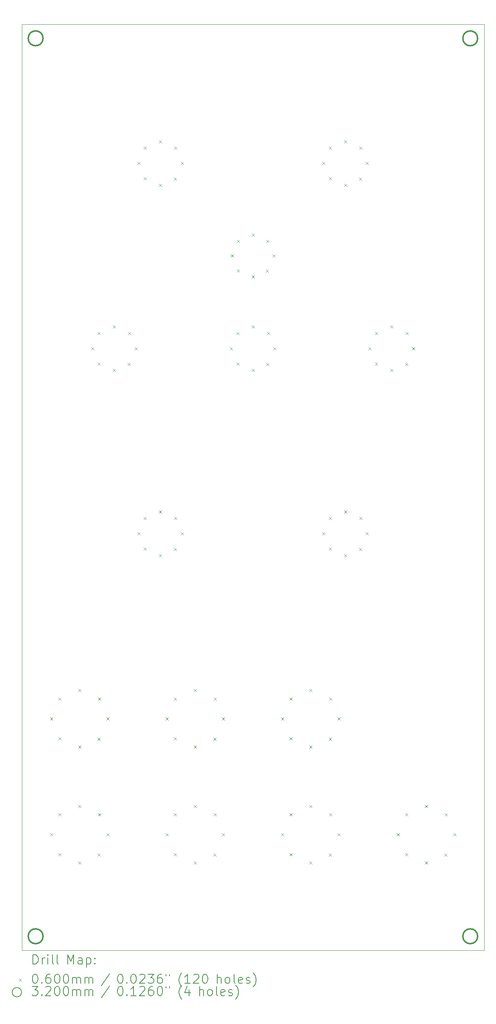
<source format=gbr>
%TF.GenerationSoftware,KiCad,Pcbnew,(7.0.0)*%
%TF.CreationDate,2023-03-06T21:19:22-06:00*%
%TF.ProjectId,SlopesPanel,536c6f70-6573-4506-916e-656c2e6b6963,rev?*%
%TF.SameCoordinates,Original*%
%TF.FileFunction,Drillmap*%
%TF.FilePolarity,Positive*%
%FSLAX45Y45*%
G04 Gerber Fmt 4.5, Leading zero omitted, Abs format (unit mm)*
G04 Created by KiCad (PCBNEW (7.0.0)) date 2023-03-06 21:19:22*
%MOMM*%
%LPD*%
G01*
G04 APERTURE LIST*
%ADD10C,0.100000*%
%ADD11C,0.200000*%
%ADD12C,0.060000*%
%ADD13C,0.320000*%
G04 APERTURE END LIST*
D10*
X30000000Y0D02*
X40000000Y0D01*
X40000000Y0D02*
X40000000Y-20000000D01*
X40000000Y-20000000D02*
X30000000Y-20000000D01*
X30000000Y-20000000D02*
X30000000Y0D01*
D11*
D12*
X30610000Y-14970000D02*
X30670000Y-15030000D01*
X30670000Y-14970000D02*
X30610000Y-15030000D01*
X30610000Y-17470000D02*
X30670000Y-17530000D01*
X30670000Y-17470000D02*
X30610000Y-17530000D01*
X30790000Y-14540000D02*
X30850000Y-14600000D01*
X30850000Y-14540000D02*
X30790000Y-14600000D01*
X30790000Y-15400000D02*
X30850000Y-15460000D01*
X30850000Y-15400000D02*
X30790000Y-15460000D01*
X30790000Y-17040000D02*
X30850000Y-17100000D01*
X30850000Y-17040000D02*
X30790000Y-17100000D01*
X30790000Y-17900000D02*
X30850000Y-17960000D01*
X30850000Y-17900000D02*
X30790000Y-17960000D01*
X31220000Y-14360000D02*
X31280000Y-14420000D01*
X31280000Y-14360000D02*
X31220000Y-14420000D01*
X31220000Y-15580000D02*
X31280000Y-15640000D01*
X31280000Y-15580000D02*
X31220000Y-15640000D01*
X31220000Y-16860000D02*
X31280000Y-16920000D01*
X31280000Y-16860000D02*
X31220000Y-16920000D01*
X31220000Y-18080000D02*
X31280000Y-18140000D01*
X31280000Y-18080000D02*
X31220000Y-18140000D01*
X31500000Y-6970000D02*
X31560000Y-7030000D01*
X31560000Y-6970000D02*
X31500000Y-7030000D01*
X31640000Y-6640000D02*
X31700000Y-6700000D01*
X31700000Y-6640000D02*
X31640000Y-6700000D01*
X31640000Y-7300000D02*
X31700000Y-7360000D01*
X31700000Y-7300000D02*
X31640000Y-7360000D01*
X31640000Y-15410000D02*
X31700000Y-15470000D01*
X31700000Y-15410000D02*
X31640000Y-15470000D01*
X31640000Y-17910000D02*
X31700000Y-17970000D01*
X31700000Y-17910000D02*
X31640000Y-17970000D01*
X31650000Y-14540000D02*
X31710000Y-14600000D01*
X31710000Y-14540000D02*
X31650000Y-14600000D01*
X31650000Y-17040000D02*
X31710000Y-17100000D01*
X31710000Y-17040000D02*
X31650000Y-17100000D01*
X31830000Y-14970000D02*
X31890000Y-15030000D01*
X31890000Y-14970000D02*
X31830000Y-15030000D01*
X31830000Y-17470000D02*
X31890000Y-17530000D01*
X31890000Y-17470000D02*
X31830000Y-17530000D01*
X31970000Y-6500000D02*
X32030000Y-6560000D01*
X32030000Y-6500000D02*
X31970000Y-6560000D01*
X31970000Y-7440000D02*
X32030000Y-7500000D01*
X32030000Y-7440000D02*
X31970000Y-7500000D01*
X32290000Y-7310000D02*
X32350000Y-7370000D01*
X32350000Y-7310000D02*
X32290000Y-7370000D01*
X32300000Y-6640000D02*
X32360000Y-6700000D01*
X32360000Y-6640000D02*
X32300000Y-6700000D01*
X32440000Y-6970000D02*
X32500000Y-7030000D01*
X32500000Y-6970000D02*
X32440000Y-7030000D01*
X32500000Y-2970000D02*
X32560000Y-3030000D01*
X32560000Y-2970000D02*
X32500000Y-3030000D01*
X32500000Y-10970000D02*
X32560000Y-11030000D01*
X32560000Y-10970000D02*
X32500000Y-11030000D01*
X32640000Y-2640000D02*
X32700000Y-2700000D01*
X32700000Y-2640000D02*
X32640000Y-2700000D01*
X32640000Y-3300000D02*
X32700000Y-3360000D01*
X32700000Y-3300000D02*
X32640000Y-3360000D01*
X32640000Y-10640000D02*
X32700000Y-10700000D01*
X32700000Y-10640000D02*
X32640000Y-10700000D01*
X32640000Y-11300000D02*
X32700000Y-11360000D01*
X32700000Y-11300000D02*
X32640000Y-11360000D01*
X32970000Y-2500000D02*
X33030000Y-2560000D01*
X33030000Y-2500000D02*
X32970000Y-2560000D01*
X32970000Y-3440000D02*
X33030000Y-3500000D01*
X33030000Y-3440000D02*
X32970000Y-3500000D01*
X32970000Y-10500000D02*
X33030000Y-10560000D01*
X33030000Y-10500000D02*
X32970000Y-10560000D01*
X32970000Y-11440000D02*
X33030000Y-11500000D01*
X33030000Y-11440000D02*
X32970000Y-11500000D01*
X33110000Y-14970000D02*
X33170000Y-15030000D01*
X33170000Y-14970000D02*
X33110000Y-15030000D01*
X33110000Y-17470000D02*
X33170000Y-17530000D01*
X33170000Y-17470000D02*
X33110000Y-17530000D01*
X33290000Y-3310000D02*
X33350000Y-3370000D01*
X33350000Y-3310000D02*
X33290000Y-3370000D01*
X33290000Y-11310000D02*
X33350000Y-11370000D01*
X33350000Y-11310000D02*
X33290000Y-11370000D01*
X33290000Y-14540000D02*
X33350000Y-14600000D01*
X33350000Y-14540000D02*
X33290000Y-14600000D01*
X33290000Y-15400000D02*
X33350000Y-15460000D01*
X33350000Y-15400000D02*
X33290000Y-15460000D01*
X33290000Y-17040000D02*
X33350000Y-17100000D01*
X33350000Y-17040000D02*
X33290000Y-17100000D01*
X33290000Y-17900000D02*
X33350000Y-17960000D01*
X33350000Y-17900000D02*
X33290000Y-17960000D01*
X33300000Y-2640000D02*
X33360000Y-2700000D01*
X33360000Y-2640000D02*
X33300000Y-2700000D01*
X33300000Y-10640000D02*
X33360000Y-10700000D01*
X33360000Y-10640000D02*
X33300000Y-10700000D01*
X33440000Y-2970000D02*
X33500000Y-3030000D01*
X33500000Y-2970000D02*
X33440000Y-3030000D01*
X33440000Y-10970000D02*
X33500000Y-11030000D01*
X33500000Y-10970000D02*
X33440000Y-11030000D01*
X33720000Y-14360000D02*
X33780000Y-14420000D01*
X33780000Y-14360000D02*
X33720000Y-14420000D01*
X33720000Y-15580000D02*
X33780000Y-15640000D01*
X33780000Y-15580000D02*
X33720000Y-15640000D01*
X33720000Y-16860000D02*
X33780000Y-16920000D01*
X33780000Y-16860000D02*
X33720000Y-16920000D01*
X33720000Y-18080000D02*
X33780000Y-18140000D01*
X33780000Y-18080000D02*
X33720000Y-18140000D01*
X34140000Y-15410000D02*
X34200000Y-15470000D01*
X34200000Y-15410000D02*
X34140000Y-15470000D01*
X34140000Y-17910000D02*
X34200000Y-17970000D01*
X34200000Y-17910000D02*
X34140000Y-17970000D01*
X34150000Y-14540000D02*
X34210000Y-14600000D01*
X34210000Y-14540000D02*
X34150000Y-14600000D01*
X34150000Y-17040000D02*
X34210000Y-17100000D01*
X34210000Y-17040000D02*
X34150000Y-17100000D01*
X34330000Y-14970000D02*
X34390000Y-15030000D01*
X34390000Y-14970000D02*
X34330000Y-15030000D01*
X34330000Y-17470000D02*
X34390000Y-17530000D01*
X34390000Y-17470000D02*
X34330000Y-17530000D01*
X34500000Y-6970000D02*
X34560000Y-7030000D01*
X34560000Y-6970000D02*
X34500000Y-7030000D01*
X34520000Y-4970000D02*
X34580000Y-5030000D01*
X34580000Y-4970000D02*
X34520000Y-5030000D01*
X34640000Y-6640000D02*
X34700000Y-6700000D01*
X34700000Y-6640000D02*
X34640000Y-6700000D01*
X34640000Y-7300000D02*
X34700000Y-7360000D01*
X34700000Y-7300000D02*
X34640000Y-7360000D01*
X34650000Y-4650000D02*
X34710000Y-4710000D01*
X34710000Y-4650000D02*
X34650000Y-4710000D01*
X34650000Y-5290000D02*
X34710000Y-5350000D01*
X34710000Y-5290000D02*
X34650000Y-5350000D01*
X34970000Y-4520000D02*
X35030000Y-4580000D01*
X35030000Y-4520000D02*
X34970000Y-4580000D01*
X34970000Y-5420000D02*
X35030000Y-5480000D01*
X35030000Y-5420000D02*
X34970000Y-5480000D01*
X34970000Y-6500000D02*
X35030000Y-6560000D01*
X35030000Y-6500000D02*
X34970000Y-6560000D01*
X34970000Y-7440000D02*
X35030000Y-7500000D01*
X35030000Y-7440000D02*
X34970000Y-7500000D01*
X35280000Y-5300000D02*
X35340000Y-5360000D01*
X35340000Y-5300000D02*
X35280000Y-5360000D01*
X35290000Y-4650000D02*
X35350000Y-4710000D01*
X35350000Y-4650000D02*
X35290000Y-4710000D01*
X35290000Y-7310000D02*
X35350000Y-7370000D01*
X35350000Y-7310000D02*
X35290000Y-7370000D01*
X35300000Y-6640000D02*
X35360000Y-6700000D01*
X35360000Y-6640000D02*
X35300000Y-6700000D01*
X35420000Y-4970000D02*
X35480000Y-5030000D01*
X35480000Y-4970000D02*
X35420000Y-5030000D01*
X35440000Y-6970000D02*
X35500000Y-7030000D01*
X35500000Y-6970000D02*
X35440000Y-7030000D01*
X35610000Y-14970000D02*
X35670000Y-15030000D01*
X35670000Y-14970000D02*
X35610000Y-15030000D01*
X35610000Y-17470000D02*
X35670000Y-17530000D01*
X35670000Y-17470000D02*
X35610000Y-17530000D01*
X35790000Y-14540000D02*
X35850000Y-14600000D01*
X35850000Y-14540000D02*
X35790000Y-14600000D01*
X35790000Y-15400000D02*
X35850000Y-15460000D01*
X35850000Y-15400000D02*
X35790000Y-15460000D01*
X35790000Y-17040000D02*
X35850000Y-17100000D01*
X35850000Y-17040000D02*
X35790000Y-17100000D01*
X35790000Y-17900000D02*
X35850000Y-17960000D01*
X35850000Y-17900000D02*
X35790000Y-17960000D01*
X36220000Y-14360000D02*
X36280000Y-14420000D01*
X36280000Y-14360000D02*
X36220000Y-14420000D01*
X36220000Y-15580000D02*
X36280000Y-15640000D01*
X36280000Y-15580000D02*
X36220000Y-15640000D01*
X36220000Y-16860000D02*
X36280000Y-16920000D01*
X36280000Y-16860000D02*
X36220000Y-16920000D01*
X36220000Y-18080000D02*
X36280000Y-18140000D01*
X36280000Y-18080000D02*
X36220000Y-18140000D01*
X36500000Y-2970000D02*
X36560000Y-3030000D01*
X36560000Y-2970000D02*
X36500000Y-3030000D01*
X36500000Y-10970000D02*
X36560000Y-11030000D01*
X36560000Y-10970000D02*
X36500000Y-11030000D01*
X36640000Y-2640000D02*
X36700000Y-2700000D01*
X36700000Y-2640000D02*
X36640000Y-2700000D01*
X36640000Y-3300000D02*
X36700000Y-3360000D01*
X36700000Y-3300000D02*
X36640000Y-3360000D01*
X36640000Y-10640000D02*
X36700000Y-10700000D01*
X36700000Y-10640000D02*
X36640000Y-10700000D01*
X36640000Y-11300000D02*
X36700000Y-11360000D01*
X36700000Y-11300000D02*
X36640000Y-11360000D01*
X36640000Y-15410000D02*
X36700000Y-15470000D01*
X36700000Y-15410000D02*
X36640000Y-15470000D01*
X36640000Y-17910000D02*
X36700000Y-17970000D01*
X36700000Y-17910000D02*
X36640000Y-17970000D01*
X36650000Y-14540000D02*
X36710000Y-14600000D01*
X36710000Y-14540000D02*
X36650000Y-14600000D01*
X36650000Y-17040000D02*
X36710000Y-17100000D01*
X36710000Y-17040000D02*
X36650000Y-17100000D01*
X36830000Y-14970000D02*
X36890000Y-15030000D01*
X36890000Y-14970000D02*
X36830000Y-15030000D01*
X36830000Y-17470000D02*
X36890000Y-17530000D01*
X36890000Y-17470000D02*
X36830000Y-17530000D01*
X36970000Y-2500000D02*
X37030000Y-2560000D01*
X37030000Y-2500000D02*
X36970000Y-2560000D01*
X36970000Y-3440000D02*
X37030000Y-3500000D01*
X37030000Y-3440000D02*
X36970000Y-3500000D01*
X36970000Y-10500000D02*
X37030000Y-10560000D01*
X37030000Y-10500000D02*
X36970000Y-10560000D01*
X36970000Y-11440000D02*
X37030000Y-11500000D01*
X37030000Y-11440000D02*
X36970000Y-11500000D01*
X37290000Y-3310000D02*
X37350000Y-3370000D01*
X37350000Y-3310000D02*
X37290000Y-3370000D01*
X37290000Y-11310000D02*
X37350000Y-11370000D01*
X37350000Y-11310000D02*
X37290000Y-11370000D01*
X37300000Y-2640000D02*
X37360000Y-2700000D01*
X37360000Y-2640000D02*
X37300000Y-2700000D01*
X37300000Y-10640000D02*
X37360000Y-10700000D01*
X37360000Y-10640000D02*
X37300000Y-10700000D01*
X37440000Y-2970000D02*
X37500000Y-3030000D01*
X37500000Y-2970000D02*
X37440000Y-3030000D01*
X37440000Y-10970000D02*
X37500000Y-11030000D01*
X37500000Y-10970000D02*
X37440000Y-11030000D01*
X37500000Y-6970000D02*
X37560000Y-7030000D01*
X37560000Y-6970000D02*
X37500000Y-7030000D01*
X37640000Y-6640000D02*
X37700000Y-6700000D01*
X37700000Y-6640000D02*
X37640000Y-6700000D01*
X37640000Y-7300000D02*
X37700000Y-7360000D01*
X37700000Y-7300000D02*
X37640000Y-7360000D01*
X37970000Y-6500000D02*
X38030000Y-6560000D01*
X38030000Y-6500000D02*
X37970000Y-6560000D01*
X37970000Y-7440000D02*
X38030000Y-7500000D01*
X38030000Y-7440000D02*
X37970000Y-7500000D01*
X38110000Y-17470000D02*
X38170000Y-17530000D01*
X38170000Y-17470000D02*
X38110000Y-17530000D01*
X38290000Y-7310000D02*
X38350000Y-7370000D01*
X38350000Y-7310000D02*
X38290000Y-7370000D01*
X38290000Y-17040000D02*
X38350000Y-17100000D01*
X38350000Y-17040000D02*
X38290000Y-17100000D01*
X38290000Y-17900000D02*
X38350000Y-17960000D01*
X38350000Y-17900000D02*
X38290000Y-17960000D01*
X38300000Y-6640000D02*
X38360000Y-6700000D01*
X38360000Y-6640000D02*
X38300000Y-6700000D01*
X38440000Y-6970000D02*
X38500000Y-7030000D01*
X38500000Y-6970000D02*
X38440000Y-7030000D01*
X38720000Y-16860000D02*
X38780000Y-16920000D01*
X38780000Y-16860000D02*
X38720000Y-16920000D01*
X38720000Y-18080000D02*
X38780000Y-18140000D01*
X38780000Y-18080000D02*
X38720000Y-18140000D01*
X39140000Y-17910000D02*
X39200000Y-17970000D01*
X39200000Y-17910000D02*
X39140000Y-17970000D01*
X39150000Y-17040000D02*
X39210000Y-17100000D01*
X39210000Y-17040000D02*
X39150000Y-17100000D01*
X39330000Y-17470000D02*
X39390000Y-17530000D01*
X39390000Y-17470000D02*
X39330000Y-17530000D01*
D13*
X30460000Y-300000D02*
G75*
G03*
X30460000Y-300000I-160000J0D01*
G01*
X30460000Y-19700000D02*
G75*
G03*
X30460000Y-19700000I-160000J0D01*
G01*
X39860000Y-300000D02*
G75*
G03*
X39860000Y-300000I-160000J0D01*
G01*
X39860000Y-19700000D02*
G75*
G03*
X39860000Y-19700000I-160000J0D01*
G01*
D11*
X30242619Y-20298476D02*
X30242619Y-20098476D01*
X30242619Y-20098476D02*
X30290238Y-20098476D01*
X30290238Y-20098476D02*
X30318809Y-20108000D01*
X30318809Y-20108000D02*
X30337857Y-20127048D01*
X30337857Y-20127048D02*
X30347381Y-20146095D01*
X30347381Y-20146095D02*
X30356905Y-20184190D01*
X30356905Y-20184190D02*
X30356905Y-20212762D01*
X30356905Y-20212762D02*
X30347381Y-20250857D01*
X30347381Y-20250857D02*
X30337857Y-20269905D01*
X30337857Y-20269905D02*
X30318809Y-20288952D01*
X30318809Y-20288952D02*
X30290238Y-20298476D01*
X30290238Y-20298476D02*
X30242619Y-20298476D01*
X30442619Y-20298476D02*
X30442619Y-20165143D01*
X30442619Y-20203238D02*
X30452143Y-20184190D01*
X30452143Y-20184190D02*
X30461667Y-20174667D01*
X30461667Y-20174667D02*
X30480714Y-20165143D01*
X30480714Y-20165143D02*
X30499762Y-20165143D01*
X30566428Y-20298476D02*
X30566428Y-20165143D01*
X30566428Y-20098476D02*
X30556905Y-20108000D01*
X30556905Y-20108000D02*
X30566428Y-20117524D01*
X30566428Y-20117524D02*
X30575952Y-20108000D01*
X30575952Y-20108000D02*
X30566428Y-20098476D01*
X30566428Y-20098476D02*
X30566428Y-20117524D01*
X30690238Y-20298476D02*
X30671190Y-20288952D01*
X30671190Y-20288952D02*
X30661667Y-20269905D01*
X30661667Y-20269905D02*
X30661667Y-20098476D01*
X30795000Y-20298476D02*
X30775952Y-20288952D01*
X30775952Y-20288952D02*
X30766428Y-20269905D01*
X30766428Y-20269905D02*
X30766428Y-20098476D01*
X30991190Y-20298476D02*
X30991190Y-20098476D01*
X30991190Y-20098476D02*
X31057857Y-20241333D01*
X31057857Y-20241333D02*
X31124524Y-20098476D01*
X31124524Y-20098476D02*
X31124524Y-20298476D01*
X31305476Y-20298476D02*
X31305476Y-20193714D01*
X31305476Y-20193714D02*
X31295952Y-20174667D01*
X31295952Y-20174667D02*
X31276905Y-20165143D01*
X31276905Y-20165143D02*
X31238809Y-20165143D01*
X31238809Y-20165143D02*
X31219762Y-20174667D01*
X31305476Y-20288952D02*
X31286428Y-20298476D01*
X31286428Y-20298476D02*
X31238809Y-20298476D01*
X31238809Y-20298476D02*
X31219762Y-20288952D01*
X31219762Y-20288952D02*
X31210238Y-20269905D01*
X31210238Y-20269905D02*
X31210238Y-20250857D01*
X31210238Y-20250857D02*
X31219762Y-20231810D01*
X31219762Y-20231810D02*
X31238809Y-20222286D01*
X31238809Y-20222286D02*
X31286428Y-20222286D01*
X31286428Y-20222286D02*
X31305476Y-20212762D01*
X31400714Y-20165143D02*
X31400714Y-20365143D01*
X31400714Y-20174667D02*
X31419762Y-20165143D01*
X31419762Y-20165143D02*
X31457857Y-20165143D01*
X31457857Y-20165143D02*
X31476905Y-20174667D01*
X31476905Y-20174667D02*
X31486428Y-20184190D01*
X31486428Y-20184190D02*
X31495952Y-20203238D01*
X31495952Y-20203238D02*
X31495952Y-20260381D01*
X31495952Y-20260381D02*
X31486428Y-20279429D01*
X31486428Y-20279429D02*
X31476905Y-20288952D01*
X31476905Y-20288952D02*
X31457857Y-20298476D01*
X31457857Y-20298476D02*
X31419762Y-20298476D01*
X31419762Y-20298476D02*
X31400714Y-20288952D01*
X31581667Y-20279429D02*
X31591190Y-20288952D01*
X31591190Y-20288952D02*
X31581667Y-20298476D01*
X31581667Y-20298476D02*
X31572143Y-20288952D01*
X31572143Y-20288952D02*
X31581667Y-20279429D01*
X31581667Y-20279429D02*
X31581667Y-20298476D01*
X31581667Y-20174667D02*
X31591190Y-20184190D01*
X31591190Y-20184190D02*
X31581667Y-20193714D01*
X31581667Y-20193714D02*
X31572143Y-20184190D01*
X31572143Y-20184190D02*
X31581667Y-20174667D01*
X31581667Y-20174667D02*
X31581667Y-20193714D01*
D12*
X29935000Y-20615000D02*
X29995000Y-20675000D01*
X29995000Y-20615000D02*
X29935000Y-20675000D01*
D11*
X30280714Y-20518476D02*
X30299762Y-20518476D01*
X30299762Y-20518476D02*
X30318809Y-20528000D01*
X30318809Y-20528000D02*
X30328333Y-20537524D01*
X30328333Y-20537524D02*
X30337857Y-20556571D01*
X30337857Y-20556571D02*
X30347381Y-20594667D01*
X30347381Y-20594667D02*
X30347381Y-20642286D01*
X30347381Y-20642286D02*
X30337857Y-20680381D01*
X30337857Y-20680381D02*
X30328333Y-20699429D01*
X30328333Y-20699429D02*
X30318809Y-20708952D01*
X30318809Y-20708952D02*
X30299762Y-20718476D01*
X30299762Y-20718476D02*
X30280714Y-20718476D01*
X30280714Y-20718476D02*
X30261667Y-20708952D01*
X30261667Y-20708952D02*
X30252143Y-20699429D01*
X30252143Y-20699429D02*
X30242619Y-20680381D01*
X30242619Y-20680381D02*
X30233095Y-20642286D01*
X30233095Y-20642286D02*
X30233095Y-20594667D01*
X30233095Y-20594667D02*
X30242619Y-20556571D01*
X30242619Y-20556571D02*
X30252143Y-20537524D01*
X30252143Y-20537524D02*
X30261667Y-20528000D01*
X30261667Y-20528000D02*
X30280714Y-20518476D01*
X30433095Y-20699429D02*
X30442619Y-20708952D01*
X30442619Y-20708952D02*
X30433095Y-20718476D01*
X30433095Y-20718476D02*
X30423571Y-20708952D01*
X30423571Y-20708952D02*
X30433095Y-20699429D01*
X30433095Y-20699429D02*
X30433095Y-20718476D01*
X30614048Y-20518476D02*
X30575952Y-20518476D01*
X30575952Y-20518476D02*
X30556905Y-20528000D01*
X30556905Y-20528000D02*
X30547381Y-20537524D01*
X30547381Y-20537524D02*
X30528333Y-20566095D01*
X30528333Y-20566095D02*
X30518809Y-20604190D01*
X30518809Y-20604190D02*
X30518809Y-20680381D01*
X30518809Y-20680381D02*
X30528333Y-20699429D01*
X30528333Y-20699429D02*
X30537857Y-20708952D01*
X30537857Y-20708952D02*
X30556905Y-20718476D01*
X30556905Y-20718476D02*
X30595000Y-20718476D01*
X30595000Y-20718476D02*
X30614048Y-20708952D01*
X30614048Y-20708952D02*
X30623571Y-20699429D01*
X30623571Y-20699429D02*
X30633095Y-20680381D01*
X30633095Y-20680381D02*
X30633095Y-20632762D01*
X30633095Y-20632762D02*
X30623571Y-20613714D01*
X30623571Y-20613714D02*
X30614048Y-20604190D01*
X30614048Y-20604190D02*
X30595000Y-20594667D01*
X30595000Y-20594667D02*
X30556905Y-20594667D01*
X30556905Y-20594667D02*
X30537857Y-20604190D01*
X30537857Y-20604190D02*
X30528333Y-20613714D01*
X30528333Y-20613714D02*
X30518809Y-20632762D01*
X30756905Y-20518476D02*
X30775952Y-20518476D01*
X30775952Y-20518476D02*
X30795000Y-20528000D01*
X30795000Y-20528000D02*
X30804524Y-20537524D01*
X30804524Y-20537524D02*
X30814048Y-20556571D01*
X30814048Y-20556571D02*
X30823571Y-20594667D01*
X30823571Y-20594667D02*
X30823571Y-20642286D01*
X30823571Y-20642286D02*
X30814048Y-20680381D01*
X30814048Y-20680381D02*
X30804524Y-20699429D01*
X30804524Y-20699429D02*
X30795000Y-20708952D01*
X30795000Y-20708952D02*
X30775952Y-20718476D01*
X30775952Y-20718476D02*
X30756905Y-20718476D01*
X30756905Y-20718476D02*
X30737857Y-20708952D01*
X30737857Y-20708952D02*
X30728333Y-20699429D01*
X30728333Y-20699429D02*
X30718809Y-20680381D01*
X30718809Y-20680381D02*
X30709286Y-20642286D01*
X30709286Y-20642286D02*
X30709286Y-20594667D01*
X30709286Y-20594667D02*
X30718809Y-20556571D01*
X30718809Y-20556571D02*
X30728333Y-20537524D01*
X30728333Y-20537524D02*
X30737857Y-20528000D01*
X30737857Y-20528000D02*
X30756905Y-20518476D01*
X30947381Y-20518476D02*
X30966429Y-20518476D01*
X30966429Y-20518476D02*
X30985476Y-20528000D01*
X30985476Y-20528000D02*
X30995000Y-20537524D01*
X30995000Y-20537524D02*
X31004524Y-20556571D01*
X31004524Y-20556571D02*
X31014048Y-20594667D01*
X31014048Y-20594667D02*
X31014048Y-20642286D01*
X31014048Y-20642286D02*
X31004524Y-20680381D01*
X31004524Y-20680381D02*
X30995000Y-20699429D01*
X30995000Y-20699429D02*
X30985476Y-20708952D01*
X30985476Y-20708952D02*
X30966429Y-20718476D01*
X30966429Y-20718476D02*
X30947381Y-20718476D01*
X30947381Y-20718476D02*
X30928333Y-20708952D01*
X30928333Y-20708952D02*
X30918809Y-20699429D01*
X30918809Y-20699429D02*
X30909286Y-20680381D01*
X30909286Y-20680381D02*
X30899762Y-20642286D01*
X30899762Y-20642286D02*
X30899762Y-20594667D01*
X30899762Y-20594667D02*
X30909286Y-20556571D01*
X30909286Y-20556571D02*
X30918809Y-20537524D01*
X30918809Y-20537524D02*
X30928333Y-20528000D01*
X30928333Y-20528000D02*
X30947381Y-20518476D01*
X31099762Y-20718476D02*
X31099762Y-20585143D01*
X31099762Y-20604190D02*
X31109286Y-20594667D01*
X31109286Y-20594667D02*
X31128333Y-20585143D01*
X31128333Y-20585143D02*
X31156905Y-20585143D01*
X31156905Y-20585143D02*
X31175952Y-20594667D01*
X31175952Y-20594667D02*
X31185476Y-20613714D01*
X31185476Y-20613714D02*
X31185476Y-20718476D01*
X31185476Y-20613714D02*
X31195000Y-20594667D01*
X31195000Y-20594667D02*
X31214048Y-20585143D01*
X31214048Y-20585143D02*
X31242619Y-20585143D01*
X31242619Y-20585143D02*
X31261667Y-20594667D01*
X31261667Y-20594667D02*
X31271190Y-20613714D01*
X31271190Y-20613714D02*
X31271190Y-20718476D01*
X31366429Y-20718476D02*
X31366429Y-20585143D01*
X31366429Y-20604190D02*
X31375952Y-20594667D01*
X31375952Y-20594667D02*
X31395000Y-20585143D01*
X31395000Y-20585143D02*
X31423571Y-20585143D01*
X31423571Y-20585143D02*
X31442619Y-20594667D01*
X31442619Y-20594667D02*
X31452143Y-20613714D01*
X31452143Y-20613714D02*
X31452143Y-20718476D01*
X31452143Y-20613714D02*
X31461667Y-20594667D01*
X31461667Y-20594667D02*
X31480714Y-20585143D01*
X31480714Y-20585143D02*
X31509286Y-20585143D01*
X31509286Y-20585143D02*
X31528333Y-20594667D01*
X31528333Y-20594667D02*
X31537857Y-20613714D01*
X31537857Y-20613714D02*
X31537857Y-20718476D01*
X31895952Y-20508952D02*
X31724524Y-20766095D01*
X32120714Y-20518476D02*
X32139762Y-20518476D01*
X32139762Y-20518476D02*
X32158810Y-20528000D01*
X32158810Y-20528000D02*
X32168333Y-20537524D01*
X32168333Y-20537524D02*
X32177857Y-20556571D01*
X32177857Y-20556571D02*
X32187381Y-20594667D01*
X32187381Y-20594667D02*
X32187381Y-20642286D01*
X32187381Y-20642286D02*
X32177857Y-20680381D01*
X32177857Y-20680381D02*
X32168333Y-20699429D01*
X32168333Y-20699429D02*
X32158810Y-20708952D01*
X32158810Y-20708952D02*
X32139762Y-20718476D01*
X32139762Y-20718476D02*
X32120714Y-20718476D01*
X32120714Y-20718476D02*
X32101667Y-20708952D01*
X32101667Y-20708952D02*
X32092143Y-20699429D01*
X32092143Y-20699429D02*
X32082619Y-20680381D01*
X32082619Y-20680381D02*
X32073095Y-20642286D01*
X32073095Y-20642286D02*
X32073095Y-20594667D01*
X32073095Y-20594667D02*
X32082619Y-20556571D01*
X32082619Y-20556571D02*
X32092143Y-20537524D01*
X32092143Y-20537524D02*
X32101667Y-20528000D01*
X32101667Y-20528000D02*
X32120714Y-20518476D01*
X32273095Y-20699429D02*
X32282619Y-20708952D01*
X32282619Y-20708952D02*
X32273095Y-20718476D01*
X32273095Y-20718476D02*
X32263571Y-20708952D01*
X32263571Y-20708952D02*
X32273095Y-20699429D01*
X32273095Y-20699429D02*
X32273095Y-20718476D01*
X32406429Y-20518476D02*
X32425476Y-20518476D01*
X32425476Y-20518476D02*
X32444524Y-20528000D01*
X32444524Y-20528000D02*
X32454048Y-20537524D01*
X32454048Y-20537524D02*
X32463571Y-20556571D01*
X32463571Y-20556571D02*
X32473095Y-20594667D01*
X32473095Y-20594667D02*
X32473095Y-20642286D01*
X32473095Y-20642286D02*
X32463571Y-20680381D01*
X32463571Y-20680381D02*
X32454048Y-20699429D01*
X32454048Y-20699429D02*
X32444524Y-20708952D01*
X32444524Y-20708952D02*
X32425476Y-20718476D01*
X32425476Y-20718476D02*
X32406429Y-20718476D01*
X32406429Y-20718476D02*
X32387381Y-20708952D01*
X32387381Y-20708952D02*
X32377857Y-20699429D01*
X32377857Y-20699429D02*
X32368333Y-20680381D01*
X32368333Y-20680381D02*
X32358810Y-20642286D01*
X32358810Y-20642286D02*
X32358810Y-20594667D01*
X32358810Y-20594667D02*
X32368333Y-20556571D01*
X32368333Y-20556571D02*
X32377857Y-20537524D01*
X32377857Y-20537524D02*
X32387381Y-20528000D01*
X32387381Y-20528000D02*
X32406429Y-20518476D01*
X32549286Y-20537524D02*
X32558810Y-20528000D01*
X32558810Y-20528000D02*
X32577857Y-20518476D01*
X32577857Y-20518476D02*
X32625476Y-20518476D01*
X32625476Y-20518476D02*
X32644524Y-20528000D01*
X32644524Y-20528000D02*
X32654048Y-20537524D01*
X32654048Y-20537524D02*
X32663571Y-20556571D01*
X32663571Y-20556571D02*
X32663571Y-20575619D01*
X32663571Y-20575619D02*
X32654048Y-20604190D01*
X32654048Y-20604190D02*
X32539762Y-20718476D01*
X32539762Y-20718476D02*
X32663571Y-20718476D01*
X32730238Y-20518476D02*
X32854048Y-20518476D01*
X32854048Y-20518476D02*
X32787381Y-20594667D01*
X32787381Y-20594667D02*
X32815952Y-20594667D01*
X32815952Y-20594667D02*
X32835000Y-20604190D01*
X32835000Y-20604190D02*
X32844524Y-20613714D01*
X32844524Y-20613714D02*
X32854048Y-20632762D01*
X32854048Y-20632762D02*
X32854048Y-20680381D01*
X32854048Y-20680381D02*
X32844524Y-20699429D01*
X32844524Y-20699429D02*
X32835000Y-20708952D01*
X32835000Y-20708952D02*
X32815952Y-20718476D01*
X32815952Y-20718476D02*
X32758810Y-20718476D01*
X32758810Y-20718476D02*
X32739762Y-20708952D01*
X32739762Y-20708952D02*
X32730238Y-20699429D01*
X33025476Y-20518476D02*
X32987381Y-20518476D01*
X32987381Y-20518476D02*
X32968333Y-20528000D01*
X32968333Y-20528000D02*
X32958810Y-20537524D01*
X32958810Y-20537524D02*
X32939762Y-20566095D01*
X32939762Y-20566095D02*
X32930238Y-20604190D01*
X32930238Y-20604190D02*
X32930238Y-20680381D01*
X32930238Y-20680381D02*
X32939762Y-20699429D01*
X32939762Y-20699429D02*
X32949286Y-20708952D01*
X32949286Y-20708952D02*
X32968333Y-20718476D01*
X32968333Y-20718476D02*
X33006429Y-20718476D01*
X33006429Y-20718476D02*
X33025476Y-20708952D01*
X33025476Y-20708952D02*
X33035000Y-20699429D01*
X33035000Y-20699429D02*
X33044524Y-20680381D01*
X33044524Y-20680381D02*
X33044524Y-20632762D01*
X33044524Y-20632762D02*
X33035000Y-20613714D01*
X33035000Y-20613714D02*
X33025476Y-20604190D01*
X33025476Y-20604190D02*
X33006429Y-20594667D01*
X33006429Y-20594667D02*
X32968333Y-20594667D01*
X32968333Y-20594667D02*
X32949286Y-20604190D01*
X32949286Y-20604190D02*
X32939762Y-20613714D01*
X32939762Y-20613714D02*
X32930238Y-20632762D01*
X33120714Y-20518476D02*
X33120714Y-20556571D01*
X33196905Y-20518476D02*
X33196905Y-20556571D01*
X33459762Y-20794667D02*
X33450238Y-20785143D01*
X33450238Y-20785143D02*
X33431191Y-20756571D01*
X33431191Y-20756571D02*
X33421667Y-20737524D01*
X33421667Y-20737524D02*
X33412143Y-20708952D01*
X33412143Y-20708952D02*
X33402619Y-20661333D01*
X33402619Y-20661333D02*
X33402619Y-20623238D01*
X33402619Y-20623238D02*
X33412143Y-20575619D01*
X33412143Y-20575619D02*
X33421667Y-20547048D01*
X33421667Y-20547048D02*
X33431191Y-20528000D01*
X33431191Y-20528000D02*
X33450238Y-20499429D01*
X33450238Y-20499429D02*
X33459762Y-20489905D01*
X33640714Y-20718476D02*
X33526429Y-20718476D01*
X33583572Y-20718476D02*
X33583572Y-20518476D01*
X33583572Y-20518476D02*
X33564524Y-20547048D01*
X33564524Y-20547048D02*
X33545476Y-20566095D01*
X33545476Y-20566095D02*
X33526429Y-20575619D01*
X33716905Y-20537524D02*
X33726429Y-20528000D01*
X33726429Y-20528000D02*
X33745476Y-20518476D01*
X33745476Y-20518476D02*
X33793095Y-20518476D01*
X33793095Y-20518476D02*
X33812143Y-20528000D01*
X33812143Y-20528000D02*
X33821667Y-20537524D01*
X33821667Y-20537524D02*
X33831191Y-20556571D01*
X33831191Y-20556571D02*
X33831191Y-20575619D01*
X33831191Y-20575619D02*
X33821667Y-20604190D01*
X33821667Y-20604190D02*
X33707381Y-20718476D01*
X33707381Y-20718476D02*
X33831191Y-20718476D01*
X33955000Y-20518476D02*
X33974048Y-20518476D01*
X33974048Y-20518476D02*
X33993095Y-20528000D01*
X33993095Y-20528000D02*
X34002619Y-20537524D01*
X34002619Y-20537524D02*
X34012143Y-20556571D01*
X34012143Y-20556571D02*
X34021667Y-20594667D01*
X34021667Y-20594667D02*
X34021667Y-20642286D01*
X34021667Y-20642286D02*
X34012143Y-20680381D01*
X34012143Y-20680381D02*
X34002619Y-20699429D01*
X34002619Y-20699429D02*
X33993095Y-20708952D01*
X33993095Y-20708952D02*
X33974048Y-20718476D01*
X33974048Y-20718476D02*
X33955000Y-20718476D01*
X33955000Y-20718476D02*
X33935953Y-20708952D01*
X33935953Y-20708952D02*
X33926429Y-20699429D01*
X33926429Y-20699429D02*
X33916905Y-20680381D01*
X33916905Y-20680381D02*
X33907381Y-20642286D01*
X33907381Y-20642286D02*
X33907381Y-20594667D01*
X33907381Y-20594667D02*
X33916905Y-20556571D01*
X33916905Y-20556571D02*
X33926429Y-20537524D01*
X33926429Y-20537524D02*
X33935953Y-20528000D01*
X33935953Y-20528000D02*
X33955000Y-20518476D01*
X34227381Y-20718476D02*
X34227381Y-20518476D01*
X34313095Y-20718476D02*
X34313095Y-20613714D01*
X34313095Y-20613714D02*
X34303572Y-20594667D01*
X34303572Y-20594667D02*
X34284524Y-20585143D01*
X34284524Y-20585143D02*
X34255953Y-20585143D01*
X34255953Y-20585143D02*
X34236905Y-20594667D01*
X34236905Y-20594667D02*
X34227381Y-20604190D01*
X34436905Y-20718476D02*
X34417857Y-20708952D01*
X34417857Y-20708952D02*
X34408334Y-20699429D01*
X34408334Y-20699429D02*
X34398810Y-20680381D01*
X34398810Y-20680381D02*
X34398810Y-20623238D01*
X34398810Y-20623238D02*
X34408334Y-20604190D01*
X34408334Y-20604190D02*
X34417857Y-20594667D01*
X34417857Y-20594667D02*
X34436905Y-20585143D01*
X34436905Y-20585143D02*
X34465476Y-20585143D01*
X34465476Y-20585143D02*
X34484524Y-20594667D01*
X34484524Y-20594667D02*
X34494048Y-20604190D01*
X34494048Y-20604190D02*
X34503572Y-20623238D01*
X34503572Y-20623238D02*
X34503572Y-20680381D01*
X34503572Y-20680381D02*
X34494048Y-20699429D01*
X34494048Y-20699429D02*
X34484524Y-20708952D01*
X34484524Y-20708952D02*
X34465476Y-20718476D01*
X34465476Y-20718476D02*
X34436905Y-20718476D01*
X34617857Y-20718476D02*
X34598810Y-20708952D01*
X34598810Y-20708952D02*
X34589286Y-20689905D01*
X34589286Y-20689905D02*
X34589286Y-20518476D01*
X34770238Y-20708952D02*
X34751191Y-20718476D01*
X34751191Y-20718476D02*
X34713095Y-20718476D01*
X34713095Y-20718476D02*
X34694048Y-20708952D01*
X34694048Y-20708952D02*
X34684524Y-20689905D01*
X34684524Y-20689905D02*
X34684524Y-20613714D01*
X34684524Y-20613714D02*
X34694048Y-20594667D01*
X34694048Y-20594667D02*
X34713095Y-20585143D01*
X34713095Y-20585143D02*
X34751191Y-20585143D01*
X34751191Y-20585143D02*
X34770238Y-20594667D01*
X34770238Y-20594667D02*
X34779762Y-20613714D01*
X34779762Y-20613714D02*
X34779762Y-20632762D01*
X34779762Y-20632762D02*
X34684524Y-20651810D01*
X34855953Y-20708952D02*
X34875000Y-20718476D01*
X34875000Y-20718476D02*
X34913095Y-20718476D01*
X34913095Y-20718476D02*
X34932143Y-20708952D01*
X34932143Y-20708952D02*
X34941667Y-20689905D01*
X34941667Y-20689905D02*
X34941667Y-20680381D01*
X34941667Y-20680381D02*
X34932143Y-20661333D01*
X34932143Y-20661333D02*
X34913095Y-20651810D01*
X34913095Y-20651810D02*
X34884524Y-20651810D01*
X34884524Y-20651810D02*
X34865476Y-20642286D01*
X34865476Y-20642286D02*
X34855953Y-20623238D01*
X34855953Y-20623238D02*
X34855953Y-20613714D01*
X34855953Y-20613714D02*
X34865476Y-20594667D01*
X34865476Y-20594667D02*
X34884524Y-20585143D01*
X34884524Y-20585143D02*
X34913095Y-20585143D01*
X34913095Y-20585143D02*
X34932143Y-20594667D01*
X35008334Y-20794667D02*
X35017857Y-20785143D01*
X35017857Y-20785143D02*
X35036905Y-20756571D01*
X35036905Y-20756571D02*
X35046429Y-20737524D01*
X35046429Y-20737524D02*
X35055953Y-20708952D01*
X35055953Y-20708952D02*
X35065476Y-20661333D01*
X35065476Y-20661333D02*
X35065476Y-20623238D01*
X35065476Y-20623238D02*
X35055953Y-20575619D01*
X35055953Y-20575619D02*
X35046429Y-20547048D01*
X35046429Y-20547048D02*
X35036905Y-20528000D01*
X35036905Y-20528000D02*
X35017857Y-20499429D01*
X35017857Y-20499429D02*
X35008334Y-20489905D01*
X29995000Y-20909000D02*
G75*
G03*
X29995000Y-20909000I-100000J0D01*
G01*
X30223571Y-20782476D02*
X30347381Y-20782476D01*
X30347381Y-20782476D02*
X30280714Y-20858667D01*
X30280714Y-20858667D02*
X30309286Y-20858667D01*
X30309286Y-20858667D02*
X30328333Y-20868190D01*
X30328333Y-20868190D02*
X30337857Y-20877714D01*
X30337857Y-20877714D02*
X30347381Y-20896762D01*
X30347381Y-20896762D02*
X30347381Y-20944381D01*
X30347381Y-20944381D02*
X30337857Y-20963429D01*
X30337857Y-20963429D02*
X30328333Y-20972952D01*
X30328333Y-20972952D02*
X30309286Y-20982476D01*
X30309286Y-20982476D02*
X30252143Y-20982476D01*
X30252143Y-20982476D02*
X30233095Y-20972952D01*
X30233095Y-20972952D02*
X30223571Y-20963429D01*
X30433095Y-20963429D02*
X30442619Y-20972952D01*
X30442619Y-20972952D02*
X30433095Y-20982476D01*
X30433095Y-20982476D02*
X30423571Y-20972952D01*
X30423571Y-20972952D02*
X30433095Y-20963429D01*
X30433095Y-20963429D02*
X30433095Y-20982476D01*
X30518809Y-20801524D02*
X30528333Y-20792000D01*
X30528333Y-20792000D02*
X30547381Y-20782476D01*
X30547381Y-20782476D02*
X30595000Y-20782476D01*
X30595000Y-20782476D02*
X30614048Y-20792000D01*
X30614048Y-20792000D02*
X30623571Y-20801524D01*
X30623571Y-20801524D02*
X30633095Y-20820571D01*
X30633095Y-20820571D02*
X30633095Y-20839619D01*
X30633095Y-20839619D02*
X30623571Y-20868190D01*
X30623571Y-20868190D02*
X30509286Y-20982476D01*
X30509286Y-20982476D02*
X30633095Y-20982476D01*
X30756905Y-20782476D02*
X30775952Y-20782476D01*
X30775952Y-20782476D02*
X30795000Y-20792000D01*
X30795000Y-20792000D02*
X30804524Y-20801524D01*
X30804524Y-20801524D02*
X30814048Y-20820571D01*
X30814048Y-20820571D02*
X30823571Y-20858667D01*
X30823571Y-20858667D02*
X30823571Y-20906286D01*
X30823571Y-20906286D02*
X30814048Y-20944381D01*
X30814048Y-20944381D02*
X30804524Y-20963429D01*
X30804524Y-20963429D02*
X30795000Y-20972952D01*
X30795000Y-20972952D02*
X30775952Y-20982476D01*
X30775952Y-20982476D02*
X30756905Y-20982476D01*
X30756905Y-20982476D02*
X30737857Y-20972952D01*
X30737857Y-20972952D02*
X30728333Y-20963429D01*
X30728333Y-20963429D02*
X30718809Y-20944381D01*
X30718809Y-20944381D02*
X30709286Y-20906286D01*
X30709286Y-20906286D02*
X30709286Y-20858667D01*
X30709286Y-20858667D02*
X30718809Y-20820571D01*
X30718809Y-20820571D02*
X30728333Y-20801524D01*
X30728333Y-20801524D02*
X30737857Y-20792000D01*
X30737857Y-20792000D02*
X30756905Y-20782476D01*
X30947381Y-20782476D02*
X30966429Y-20782476D01*
X30966429Y-20782476D02*
X30985476Y-20792000D01*
X30985476Y-20792000D02*
X30995000Y-20801524D01*
X30995000Y-20801524D02*
X31004524Y-20820571D01*
X31004524Y-20820571D02*
X31014048Y-20858667D01*
X31014048Y-20858667D02*
X31014048Y-20906286D01*
X31014048Y-20906286D02*
X31004524Y-20944381D01*
X31004524Y-20944381D02*
X30995000Y-20963429D01*
X30995000Y-20963429D02*
X30985476Y-20972952D01*
X30985476Y-20972952D02*
X30966429Y-20982476D01*
X30966429Y-20982476D02*
X30947381Y-20982476D01*
X30947381Y-20982476D02*
X30928333Y-20972952D01*
X30928333Y-20972952D02*
X30918809Y-20963429D01*
X30918809Y-20963429D02*
X30909286Y-20944381D01*
X30909286Y-20944381D02*
X30899762Y-20906286D01*
X30899762Y-20906286D02*
X30899762Y-20858667D01*
X30899762Y-20858667D02*
X30909286Y-20820571D01*
X30909286Y-20820571D02*
X30918809Y-20801524D01*
X30918809Y-20801524D02*
X30928333Y-20792000D01*
X30928333Y-20792000D02*
X30947381Y-20782476D01*
X31099762Y-20982476D02*
X31099762Y-20849143D01*
X31099762Y-20868190D02*
X31109286Y-20858667D01*
X31109286Y-20858667D02*
X31128333Y-20849143D01*
X31128333Y-20849143D02*
X31156905Y-20849143D01*
X31156905Y-20849143D02*
X31175952Y-20858667D01*
X31175952Y-20858667D02*
X31185476Y-20877714D01*
X31185476Y-20877714D02*
X31185476Y-20982476D01*
X31185476Y-20877714D02*
X31195000Y-20858667D01*
X31195000Y-20858667D02*
X31214048Y-20849143D01*
X31214048Y-20849143D02*
X31242619Y-20849143D01*
X31242619Y-20849143D02*
X31261667Y-20858667D01*
X31261667Y-20858667D02*
X31271190Y-20877714D01*
X31271190Y-20877714D02*
X31271190Y-20982476D01*
X31366429Y-20982476D02*
X31366429Y-20849143D01*
X31366429Y-20868190D02*
X31375952Y-20858667D01*
X31375952Y-20858667D02*
X31395000Y-20849143D01*
X31395000Y-20849143D02*
X31423571Y-20849143D01*
X31423571Y-20849143D02*
X31442619Y-20858667D01*
X31442619Y-20858667D02*
X31452143Y-20877714D01*
X31452143Y-20877714D02*
X31452143Y-20982476D01*
X31452143Y-20877714D02*
X31461667Y-20858667D01*
X31461667Y-20858667D02*
X31480714Y-20849143D01*
X31480714Y-20849143D02*
X31509286Y-20849143D01*
X31509286Y-20849143D02*
X31528333Y-20858667D01*
X31528333Y-20858667D02*
X31537857Y-20877714D01*
X31537857Y-20877714D02*
X31537857Y-20982476D01*
X31895952Y-20772952D02*
X31724524Y-21030095D01*
X32120714Y-20782476D02*
X32139762Y-20782476D01*
X32139762Y-20782476D02*
X32158810Y-20792000D01*
X32158810Y-20792000D02*
X32168333Y-20801524D01*
X32168333Y-20801524D02*
X32177857Y-20820571D01*
X32177857Y-20820571D02*
X32187381Y-20858667D01*
X32187381Y-20858667D02*
X32187381Y-20906286D01*
X32187381Y-20906286D02*
X32177857Y-20944381D01*
X32177857Y-20944381D02*
X32168333Y-20963429D01*
X32168333Y-20963429D02*
X32158810Y-20972952D01*
X32158810Y-20972952D02*
X32139762Y-20982476D01*
X32139762Y-20982476D02*
X32120714Y-20982476D01*
X32120714Y-20982476D02*
X32101667Y-20972952D01*
X32101667Y-20972952D02*
X32092143Y-20963429D01*
X32092143Y-20963429D02*
X32082619Y-20944381D01*
X32082619Y-20944381D02*
X32073095Y-20906286D01*
X32073095Y-20906286D02*
X32073095Y-20858667D01*
X32073095Y-20858667D02*
X32082619Y-20820571D01*
X32082619Y-20820571D02*
X32092143Y-20801524D01*
X32092143Y-20801524D02*
X32101667Y-20792000D01*
X32101667Y-20792000D02*
X32120714Y-20782476D01*
X32273095Y-20963429D02*
X32282619Y-20972952D01*
X32282619Y-20972952D02*
X32273095Y-20982476D01*
X32273095Y-20982476D02*
X32263571Y-20972952D01*
X32263571Y-20972952D02*
X32273095Y-20963429D01*
X32273095Y-20963429D02*
X32273095Y-20982476D01*
X32473095Y-20982476D02*
X32358810Y-20982476D01*
X32415952Y-20982476D02*
X32415952Y-20782476D01*
X32415952Y-20782476D02*
X32396905Y-20811048D01*
X32396905Y-20811048D02*
X32377857Y-20830095D01*
X32377857Y-20830095D02*
X32358810Y-20839619D01*
X32549286Y-20801524D02*
X32558810Y-20792000D01*
X32558810Y-20792000D02*
X32577857Y-20782476D01*
X32577857Y-20782476D02*
X32625476Y-20782476D01*
X32625476Y-20782476D02*
X32644524Y-20792000D01*
X32644524Y-20792000D02*
X32654048Y-20801524D01*
X32654048Y-20801524D02*
X32663571Y-20820571D01*
X32663571Y-20820571D02*
X32663571Y-20839619D01*
X32663571Y-20839619D02*
X32654048Y-20868190D01*
X32654048Y-20868190D02*
X32539762Y-20982476D01*
X32539762Y-20982476D02*
X32663571Y-20982476D01*
X32835000Y-20782476D02*
X32796905Y-20782476D01*
X32796905Y-20782476D02*
X32777857Y-20792000D01*
X32777857Y-20792000D02*
X32768333Y-20801524D01*
X32768333Y-20801524D02*
X32749286Y-20830095D01*
X32749286Y-20830095D02*
X32739762Y-20868190D01*
X32739762Y-20868190D02*
X32739762Y-20944381D01*
X32739762Y-20944381D02*
X32749286Y-20963429D01*
X32749286Y-20963429D02*
X32758810Y-20972952D01*
X32758810Y-20972952D02*
X32777857Y-20982476D01*
X32777857Y-20982476D02*
X32815952Y-20982476D01*
X32815952Y-20982476D02*
X32835000Y-20972952D01*
X32835000Y-20972952D02*
X32844524Y-20963429D01*
X32844524Y-20963429D02*
X32854048Y-20944381D01*
X32854048Y-20944381D02*
X32854048Y-20896762D01*
X32854048Y-20896762D02*
X32844524Y-20877714D01*
X32844524Y-20877714D02*
X32835000Y-20868190D01*
X32835000Y-20868190D02*
X32815952Y-20858667D01*
X32815952Y-20858667D02*
X32777857Y-20858667D01*
X32777857Y-20858667D02*
X32758810Y-20868190D01*
X32758810Y-20868190D02*
X32749286Y-20877714D01*
X32749286Y-20877714D02*
X32739762Y-20896762D01*
X32977857Y-20782476D02*
X32996905Y-20782476D01*
X32996905Y-20782476D02*
X33015952Y-20792000D01*
X33015952Y-20792000D02*
X33025476Y-20801524D01*
X33025476Y-20801524D02*
X33035000Y-20820571D01*
X33035000Y-20820571D02*
X33044524Y-20858667D01*
X33044524Y-20858667D02*
X33044524Y-20906286D01*
X33044524Y-20906286D02*
X33035000Y-20944381D01*
X33035000Y-20944381D02*
X33025476Y-20963429D01*
X33025476Y-20963429D02*
X33015952Y-20972952D01*
X33015952Y-20972952D02*
X32996905Y-20982476D01*
X32996905Y-20982476D02*
X32977857Y-20982476D01*
X32977857Y-20982476D02*
X32958810Y-20972952D01*
X32958810Y-20972952D02*
X32949286Y-20963429D01*
X32949286Y-20963429D02*
X32939762Y-20944381D01*
X32939762Y-20944381D02*
X32930238Y-20906286D01*
X32930238Y-20906286D02*
X32930238Y-20858667D01*
X32930238Y-20858667D02*
X32939762Y-20820571D01*
X32939762Y-20820571D02*
X32949286Y-20801524D01*
X32949286Y-20801524D02*
X32958810Y-20792000D01*
X32958810Y-20792000D02*
X32977857Y-20782476D01*
X33120714Y-20782476D02*
X33120714Y-20820571D01*
X33196905Y-20782476D02*
X33196905Y-20820571D01*
X33459762Y-21058667D02*
X33450238Y-21049143D01*
X33450238Y-21049143D02*
X33431191Y-21020571D01*
X33431191Y-21020571D02*
X33421667Y-21001524D01*
X33421667Y-21001524D02*
X33412143Y-20972952D01*
X33412143Y-20972952D02*
X33402619Y-20925333D01*
X33402619Y-20925333D02*
X33402619Y-20887238D01*
X33402619Y-20887238D02*
X33412143Y-20839619D01*
X33412143Y-20839619D02*
X33421667Y-20811048D01*
X33421667Y-20811048D02*
X33431191Y-20792000D01*
X33431191Y-20792000D02*
X33450238Y-20763429D01*
X33450238Y-20763429D02*
X33459762Y-20753905D01*
X33621667Y-20849143D02*
X33621667Y-20982476D01*
X33574048Y-20772952D02*
X33526429Y-20915810D01*
X33526429Y-20915810D02*
X33650238Y-20915810D01*
X33846429Y-20982476D02*
X33846429Y-20782476D01*
X33932143Y-20982476D02*
X33932143Y-20877714D01*
X33932143Y-20877714D02*
X33922619Y-20858667D01*
X33922619Y-20858667D02*
X33903572Y-20849143D01*
X33903572Y-20849143D02*
X33875000Y-20849143D01*
X33875000Y-20849143D02*
X33855953Y-20858667D01*
X33855953Y-20858667D02*
X33846429Y-20868190D01*
X34055953Y-20982476D02*
X34036905Y-20972952D01*
X34036905Y-20972952D02*
X34027381Y-20963429D01*
X34027381Y-20963429D02*
X34017857Y-20944381D01*
X34017857Y-20944381D02*
X34017857Y-20887238D01*
X34017857Y-20887238D02*
X34027381Y-20868190D01*
X34027381Y-20868190D02*
X34036905Y-20858667D01*
X34036905Y-20858667D02*
X34055953Y-20849143D01*
X34055953Y-20849143D02*
X34084524Y-20849143D01*
X34084524Y-20849143D02*
X34103572Y-20858667D01*
X34103572Y-20858667D02*
X34113095Y-20868190D01*
X34113095Y-20868190D02*
X34122619Y-20887238D01*
X34122619Y-20887238D02*
X34122619Y-20944381D01*
X34122619Y-20944381D02*
X34113095Y-20963429D01*
X34113095Y-20963429D02*
X34103572Y-20972952D01*
X34103572Y-20972952D02*
X34084524Y-20982476D01*
X34084524Y-20982476D02*
X34055953Y-20982476D01*
X34236905Y-20982476D02*
X34217857Y-20972952D01*
X34217857Y-20972952D02*
X34208334Y-20953905D01*
X34208334Y-20953905D02*
X34208334Y-20782476D01*
X34389286Y-20972952D02*
X34370238Y-20982476D01*
X34370238Y-20982476D02*
X34332143Y-20982476D01*
X34332143Y-20982476D02*
X34313095Y-20972952D01*
X34313095Y-20972952D02*
X34303572Y-20953905D01*
X34303572Y-20953905D02*
X34303572Y-20877714D01*
X34303572Y-20877714D02*
X34313095Y-20858667D01*
X34313095Y-20858667D02*
X34332143Y-20849143D01*
X34332143Y-20849143D02*
X34370238Y-20849143D01*
X34370238Y-20849143D02*
X34389286Y-20858667D01*
X34389286Y-20858667D02*
X34398810Y-20877714D01*
X34398810Y-20877714D02*
X34398810Y-20896762D01*
X34398810Y-20896762D02*
X34303572Y-20915810D01*
X34475000Y-20972952D02*
X34494048Y-20982476D01*
X34494048Y-20982476D02*
X34532143Y-20982476D01*
X34532143Y-20982476D02*
X34551191Y-20972952D01*
X34551191Y-20972952D02*
X34560715Y-20953905D01*
X34560715Y-20953905D02*
X34560715Y-20944381D01*
X34560715Y-20944381D02*
X34551191Y-20925333D01*
X34551191Y-20925333D02*
X34532143Y-20915810D01*
X34532143Y-20915810D02*
X34503572Y-20915810D01*
X34503572Y-20915810D02*
X34484524Y-20906286D01*
X34484524Y-20906286D02*
X34475000Y-20887238D01*
X34475000Y-20887238D02*
X34475000Y-20877714D01*
X34475000Y-20877714D02*
X34484524Y-20858667D01*
X34484524Y-20858667D02*
X34503572Y-20849143D01*
X34503572Y-20849143D02*
X34532143Y-20849143D01*
X34532143Y-20849143D02*
X34551191Y-20858667D01*
X34627381Y-21058667D02*
X34636905Y-21049143D01*
X34636905Y-21049143D02*
X34655953Y-21020571D01*
X34655953Y-21020571D02*
X34665476Y-21001524D01*
X34665476Y-21001524D02*
X34675000Y-20972952D01*
X34675000Y-20972952D02*
X34684524Y-20925333D01*
X34684524Y-20925333D02*
X34684524Y-20887238D01*
X34684524Y-20887238D02*
X34675000Y-20839619D01*
X34675000Y-20839619D02*
X34665476Y-20811048D01*
X34665476Y-20811048D02*
X34655953Y-20792000D01*
X34655953Y-20792000D02*
X34636905Y-20763429D01*
X34636905Y-20763429D02*
X34627381Y-20753905D01*
M02*

</source>
